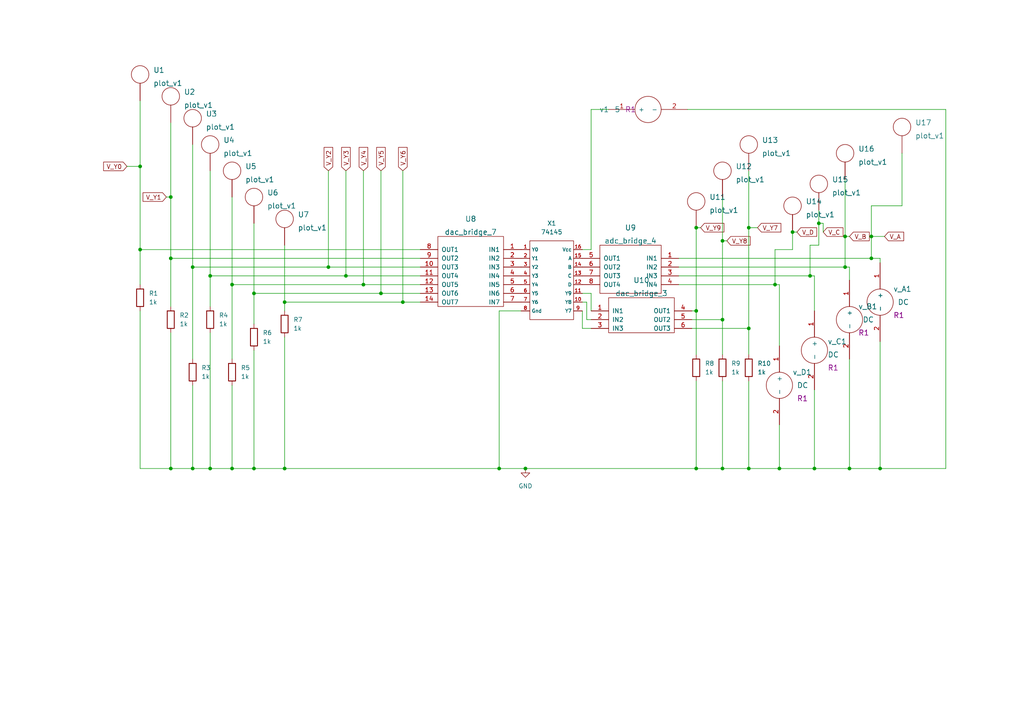
<source format=kicad_sch>
(kicad_sch (version 20211123) (generator eeschema)
  (paper "A4")
  (lib_symbols
    (symbol "DC_1" (pin_names (offset 1.016))
      (property "Reference" "v_C1" (at 3.81 2.54 0))
      (property "Value" "DC_1" (at 3.81 -1.27 0))
      (property "Footprint" "R1" (at 3.81 -5.08 0))
      (symbol "DC_1_0_1"
        (circle (center 0 0) (radius 3.81))
      )
      (symbol "DC_1_1_1"
        (pin power_out line (at 0 11.43 270) (length 7.62) (name "+") (number "1"))
        (pin power_in line (at 0 -11.43 90) (length 7.62) (name "-") (number "2"))
      )
    )
    (symbol "DC_2" (pin_names (offset 1.016))
      (property "Reference" "v_B1" (at 2.54 3.81 0))
      (property "Value" "DC_2" (at 3.81 0 0))
      (property "Footprint" "R1" (at 2.54 -3.81 0))
      (symbol "DC_2_0_1"
        (circle (center 0 0) (radius 3.81))
      )
      (symbol "DC_2_1_1"
        (pin power_out line (at 0 11.43 270) (length 7.62) (name "+") (number "1"))
        (pin power_in line (at 0 -11.43 90) (length 7.62) (name "-") (number "2"))
      )
    )
    (symbol "DC_3" (pin_names (offset 1.016))
      (property "Reference" "v_A1" (at 3.81 3.81 0))
      (property "Value" "DC_3" (at 5.08 0 0))
      (property "Footprint" "R1" (at 3.81 -3.81 0))
      (symbol "DC_3_0_1"
        (circle (center 0 0) (radius 3.81))
      )
      (symbol "DC_3_1_1"
        (pin power_out line (at 0 11.43 270) (length 7.62) (name "+") (number "1"))
        (pin power_in line (at 0 -11.43 90) (length 7.62) (name "-") (number "2"))
      )
    )
    (symbol "DC_4" (pin_names (offset 1.016))
      (property "Reference" "v1" (at 0 12.7 90))
      (property "Value" "DC_4" (at 0 8.89 90))
      (property "Footprint" "R1" (at 0 5.08 90))
      (symbol "DC_4_0_1"
        (circle (center 0 0) (radius 3.81))
      )
      (symbol "DC_4_1_1"
        (pin power_out line (at 0 11.43 270) (length 7.62) (name "+") (number "1"))
        (pin power_in line (at 0 -11.43 90) (length 7.62) (name "-") (number "2"))
      )
    )
    (symbol "eSim_Devices:resistor" (pin_numbers hide) (pin_names (offset 0))
      (property "Reference" "R" (at 1.27 3.302 0))
      (property "Value" "resistor" (at 1.27 -1.27 0))
      (symbol "resistor_0_1"
        (rectangle (start 3.81 0.254) (end -1.27 2.286) (stroke (width 0.254)))
      )
      (symbol "resistor_1_1"
        (pin passive line (at -2.54 1.27 0) (length 1.27) (name "~") (number "1"))
        (pin passive line (at 5.08 1.27 180) (length 1.27) (name "~") (number "2"))
      )
    )
    (symbol "eSim_Hybrid:adc_bridge_4" (pin_names (offset 1.016))
      (property "Reference" "U" (at 0 0 0))
      (property "Value" "adc_bridge_4" (at 0 7.62 0))
      (symbol "adc_bridge_4_0_1"
        (rectangle (start -8.89 8.89) (end 8.89 -5.08))
      )
      (symbol "adc_bridge_4_1_1"
        (pin input line (at -13.97 5.08 0) (length 5.08) (name "IN1") (number "1"))
        (pin input line (at -13.97 2.54 0) (length 5.08) (name "IN2") (number "2"))
        (pin input line (at -13.97 0 0) (length 5.08) (name "IN3") (number "3"))
        (pin input line (at -13.97 -2.54 0) (length 5.08) (name "IN4") (number "4"))
        (pin output line (at 13.97 5.08 180) (length 5.08) (name "OUT1") (number "5"))
        (pin output line (at 13.97 2.54 180) (length 5.08) (name "OUT2") (number "6"))
        (pin output line (at 13.97 0 180) (length 5.08) (name "OUT3") (number "7"))
        (pin output line (at 13.97 -2.54 180) (length 5.08) (name "OUT4") (number "8"))
      )
    )
    (symbol "eSim_Hybrid:dac_bridge_3" (pin_names (offset 1.016))
      (property "Reference" "U" (at 0 0 0))
      (property "Value" "dac_bridge_3" (at 0 3.81 0))
      (symbol "dac_bridge_3_0_1"
        (rectangle (start -10.16 5.08) (end 8.89 -5.08))
      )
      (symbol "dac_bridge_3_1_1"
        (pin input line (at -15.24 1.27 0) (length 5.08) (name "IN1") (number "1"))
        (pin input line (at -15.24 -1.27 0) (length 5.08) (name "IN2") (number "2"))
        (pin input line (at -15.24 -3.81 0) (length 5.08) (name "IN3") (number "3"))
        (pin output line (at 13.97 1.27 180) (length 5.08) (name "OUT1") (number "4"))
        (pin output line (at 13.97 -1.27 180) (length 5.08) (name "OUT2") (number "5"))
        (pin output line (at 13.97 -3.81 180) (length 5.08) (name "OUT3") (number "6"))
      )
    )
    (symbol "eSim_Hybrid:dac_bridge_7" (pin_names (offset 1.016))
      (property "Reference" "U" (at 0 0 0))
      (property "Value" "dac_bridge_7" (at 0 3.81 0))
      (symbol "dac_bridge_7_0_1"
        (rectangle (start -10.16 5.08) (end 8.89 -15.24))
      )
      (symbol "dac_bridge_7_1_1"
        (pin input line (at -15.24 1.27 0) (length 5.08) (name "IN1") (number "1"))
        (pin output line (at 13.97 -3.81 180) (length 5.08) (name "OUT3") (number "10"))
        (pin output line (at 13.97 -6.35 180) (length 5.08) (name "OUT4") (number "11"))
        (pin output line (at 13.97 -8.89 180) (length 5.08) (name "OUT5") (number "12"))
        (pin output line (at 13.97 -11.43 180) (length 5.08) (name "OUT6") (number "13"))
        (pin output line (at 13.97 -13.97 180) (length 5.08) (name "OUT7") (number "14"))
        (pin input line (at -15.24 -1.27 0) (length 5.08) (name "IN2") (number "2"))
        (pin input line (at -15.24 -3.81 0) (length 5.08) (name "IN3") (number "3"))
        (pin input line (at -15.24 -6.35 0) (length 5.08) (name "IN4") (number "4"))
        (pin input line (at -15.24 -8.89 0) (length 5.08) (name "IN5") (number "5"))
        (pin input line (at -15.24 -11.43 0) (length 5.08) (name "IN6") (number "6"))
        (pin input line (at -15.24 -13.97 0) (length 5.08) (name "IN7") (number "7"))
        (pin output line (at 13.97 1.27 180) (length 5.08) (name "OUT1") (number "8"))
        (pin output line (at 13.97 -1.27 180) (length 5.08) (name "OUT2") (number "9"))
      )
    )
    (symbol "eSim_Plot:plot_v1" (pin_names (offset 1.016))
      (property "Reference" "U" (at 0 12.7 0))
      (property "Value" "plot_v1" (at 5.08 8.89 0))
      (symbol "plot_v1_0_1"
        (circle (center 0 12.7) (radius 2.54))
      )
      (symbol "plot_v1_1_1"
        (pin input line (at 0 5.08 90) (length 5.08) (name "~") (number "~"))
      )
    )
    (symbol "eSim_Power:eSim_GND" (power) (pin_names (offset 0))
      (property "Value" "eSim_GND" (at 0 -3.81 0))
      (symbol "eSim_GND_0_1"
        (polyline (pts (xy 0 0) (xy 0 -1.27) (xy 1.27 -1.27) (xy 0 -2.54) (xy -1.27 -1.27) (xy 0 -1.27)))
      )
      (symbol "eSim_GND_1_1"
        (pin power_in line (at 0 0 270) (length 0) hide (name "GND") (number "1"))
      )
    )
    (symbol "eSim_Sources:DC" (pin_names (offset 1.016))
      (property "Reference" "v" (at -5.08 2.54 0))
      (property "Value" "DC" (at -5.08 -1.27 0))
      (property "Footprint" "R1" (at -7.62 0 0))
      (symbol "DC_0_1"
        (circle (center 0 0) (radius 3.81))
      )
      (symbol "DC_1_1"
        (pin power_out line (at 0 11.43 270) (length 7.62) (name "+") (number "1"))
        (pin power_out line (at 0 -11.43 90) (length 7.62) (name "-") (number "2"))
      )
    )
    (symbol "eSim_Subckt:74145"
      (property "Reference" "X" (at 0 0 0))
      (property "Value" "74145" (at 0 0 0))
      (symbol "74145_0_1"
        (rectangle (start -6.35 11.43) (end 6.35 -11.43))
      )
      (symbol "74145_1_1"
        (pin output line (at -8.89 8.89 0) (length 2.54) (name "Y0") (number "1"))
        (pin output line (at 8.89 -6.35 180) (length 2.54) (name "Y8") (number "10"))
        (pin output line (at 8.89 -3.81 180) (length 2.54) (name "Y9") (number "11"))
        (pin input line (at 8.89 -1.27 180) (length 2.54) (name "D") (number "12"))
        (pin input line (at 8.89 1.27 180) (length 2.54) (name "C") (number "13"))
        (pin input line (at 8.89 3.81 180) (length 2.54) (name "B") (number "14"))
        (pin input line (at 8.89 6.35 180) (length 2.54) (name "A") (number "15"))
        (pin power_in line (at 8.89 8.89 180) (length 2.54) (name "Vcc") (number "16"))
        (pin output line (at -8.89 6.35 0) (length 2.54) (name "Y1") (number "2"))
        (pin output line (at -8.89 3.81 0) (length 2.54) (name "Y2") (number "3"))
        (pin output line (at -8.89 1.27 0) (length 2.54) (name "Y3") (number "4"))
        (pin output line (at -8.89 -1.27 0) (length 2.54) (name "Y4") (number "5"))
        (pin output line (at -8.89 -3.81 0) (length 2.54) (name "Y5") (number "6"))
        (pin output line (at -8.89 -6.35 0) (length 2.54) (name "Y6") (number "7"))
        (pin power_in line (at -8.89 -8.89 0) (length 2.54) (name "Gnd") (number "8"))
        (pin output line (at 8.89 -8.89 180) (length 2.54) (name "Y7") (number "9"))
      )
    )
  )
  (junction (at 49.53 135.89))
  (junction (at 201.93 66.04))
  (junction (at 201.93 135.89))
  (junction (at 224.79 82.55))
  (junction (at 110.49 85.09))
  (junction (at 82.55 87.63))
  (junction (at 67.31 82.55))
  (junction (at 245.11 77.47))
  (junction (at 40.64 48.26))
  (junction (at 209.55 135.89))
  (junction (at 100.33 80.01))
  (junction (at 226.06 135.89))
  (junction (at 105.41 82.55))
  (junction (at 73.66 85.09))
  (junction (at 237.49 64.77))
  (junction (at 217.17 95.25))
  (junction (at 236.22 135.89))
  (junction (at 252.73 68.58))
  (junction (at 49.53 57.15))
  (junction (at 40.64 72.39))
  (junction (at 60.96 135.89))
  (junction (at 245.11 68.58))
  (junction (at 67.31 135.89))
  (junction (at 82.55 135.89))
  (junction (at 144.78 135.89))
  (junction (at 73.66 135.89))
  (junction (at 201.93 90.17))
  (junction (at 152.4 135.89))
  (junction (at 217.17 66.04))
  (junction (at 116.84 87.63))
  (junction (at 229.87 67.31))
  (junction (at 246.38 135.89))
  (junction (at 95.25 77.47))
  (junction (at 209.55 69.85))
  (junction (at 49.53 74.93))
  (junction (at 255.27 135.89))
  (junction (at 234.95 80.01))
  (junction (at 60.96 80.01))
  (junction (at 55.88 135.89))
  (junction (at 55.88 77.47))
  (junction (at 217.17 135.89))
  (junction (at 209.55 92.71))
  (junction (at 252.73 74.93))
  (wire (pts (xy 238.76 67.31) (xy 238.76 64.77)))
  (wire (pts (xy 209.55 135.89) (xy 201.93 135.89)))
  (wire (pts (xy 252.73 59.69) (xy 252.73 68.58)))
  (wire (pts (xy 201.93 90.17) (xy 201.93 102.87)))
  (wire (pts (xy 245.11 68.58) (xy 246.38 68.58)))
  (wire (pts (xy 237.49 64.77) (xy 238.76 64.77)))
  (wire (pts (xy 121.92 74.93) (xy 49.53 74.93)))
  (wire (pts (xy 200.66 95.25) (xy 217.17 95.25)))
  (wire (pts (xy 209.55 69.85) (xy 209.55 92.71)))
  (wire (pts (xy 110.49 85.09) (xy 121.92 85.09)))
  (wire (pts (xy 236.22 90.17) (xy 236.22 80.01)))
  (wire (pts (xy 82.55 97.79) (xy 82.55 135.89)))
  (wire (pts (xy 209.55 102.87) (xy 209.55 92.71)))
  (wire (pts (xy 82.55 87.63) (xy 82.55 90.17)))
  (wire (pts (xy 67.31 82.55) (xy 67.31 104.14)))
  (wire (pts (xy 82.55 87.63) (xy 116.84 87.63)))
  (wire (pts (xy 237.49 71.12) (xy 234.95 71.12)))
  (wire (pts (xy 255.27 135.89) (xy 274.32 135.89)))
  (wire (pts (xy 105.41 82.55) (xy 121.92 82.55)))
  (wire (pts (xy 201.93 66.04) (xy 203.2 66.04)))
  (wire (pts (xy 110.49 49.53) (xy 110.49 85.09)))
  (wire (pts (xy 217.17 135.89) (xy 209.55 135.89)))
  (wire (pts (xy 261.62 59.69) (xy 252.73 59.69)))
  (wire (pts (xy 168.91 90.17) (xy 168.91 95.25)))
  (wire (pts (xy 224.79 72.39) (xy 224.79 82.55)))
  (wire (pts (xy 217.17 66.04) (xy 217.17 49.53)))
  (wire (pts (xy 55.88 77.47) (xy 55.88 104.14)))
  (wire (pts (xy 201.93 135.89) (xy 152.4 135.89)))
  (wire (pts (xy 36.83 48.26) (xy 40.64 48.26)))
  (wire (pts (xy 60.96 135.89) (xy 55.88 135.89)))
  (wire (pts (xy 95.25 49.53) (xy 95.25 77.47)))
  (wire (pts (xy 40.64 72.39) (xy 40.64 82.55)))
  (wire (pts (xy 105.41 49.53) (xy 105.41 82.55)))
  (wire (pts (xy 201.93 110.49) (xy 201.93 135.89)))
  (wire (pts (xy 209.55 57.15) (xy 209.55 69.85)))
  (wire (pts (xy 261.62 44.45) (xy 261.62 59.69)))
  (wire (pts (xy 199.39 31.75) (xy 274.32 31.75)))
  (wire (pts (xy 49.53 135.89) (xy 40.64 135.89)))
  (wire (pts (xy 252.73 74.93) (xy 255.27 74.93)))
  (wire (pts (xy 209.55 69.85) (xy 210.82 69.85)))
  (wire (pts (xy 171.45 31.75) (xy 171.45 72.39)))
  (wire (pts (xy 245.11 68.58) (xy 245.11 77.47)))
  (wire (pts (xy 55.88 111.76) (xy 55.88 135.89)))
  (wire (pts (xy 226.06 135.89) (xy 217.17 135.89)))
  (wire (pts (xy 226.06 100.33) (xy 226.06 82.55)))
  (wire (pts (xy 121.92 77.47) (xy 95.25 77.47)))
  (wire (pts (xy 246.38 104.14) (xy 246.38 135.89)))
  (wire (pts (xy 237.49 60.96) (xy 237.49 64.77)))
  (wire (pts (xy 209.55 110.49) (xy 209.55 135.89)))
  (wire (pts (xy 201.93 90.17) (xy 200.66 90.17)))
  (wire (pts (xy 116.84 87.63) (xy 121.92 87.63)))
  (wire (pts (xy 236.22 135.89) (xy 246.38 135.89)))
  (wire (pts (xy 49.53 57.15) (xy 49.53 74.93)))
  (wire (pts (xy 246.38 135.89) (xy 255.27 135.89)))
  (wire (pts (xy 255.27 76.2) (xy 255.27 74.93)))
  (wire (pts (xy 55.88 41.91) (xy 55.88 77.47)))
  (wire (pts (xy 82.55 71.12) (xy 82.55 87.63)))
  (wire (pts (xy 73.66 101.6) (xy 73.66 135.89)))
  (wire (pts (xy 67.31 135.89) (xy 60.96 135.89)))
  (wire (pts (xy 95.25 77.47) (xy 55.88 77.47)))
  (wire (pts (xy 60.96 96.52) (xy 60.96 135.89)))
  (wire (pts (xy 217.17 102.87) (xy 217.17 95.25)))
  (wire (pts (xy 236.22 80.01) (xy 234.95 80.01)))
  (wire (pts (xy 226.06 135.89) (xy 236.22 135.89)))
  (wire (pts (xy 152.4 135.89) (xy 144.78 135.89)))
  (wire (pts (xy 55.88 135.89) (xy 49.53 135.89)))
  (wire (pts (xy 73.66 135.89) (xy 67.31 135.89)))
  (wire (pts (xy 217.17 110.49) (xy 217.17 135.89)))
  (wire (pts (xy 226.06 123.19) (xy 226.06 135.89)))
  (wire (pts (xy 67.31 82.55) (xy 105.41 82.55)))
  (wire (pts (xy 67.31 57.15) (xy 67.31 82.55)))
  (wire (pts (xy 121.92 80.01) (xy 100.33 80.01)))
  (wire (pts (xy 226.06 82.55) (xy 224.79 82.55)))
  (wire (pts (xy 116.84 49.53) (xy 116.84 87.63)))
  (wire (pts (xy 252.73 68.58) (xy 252.73 74.93)))
  (wire (pts (xy 176.53 31.75) (xy 171.45 31.75)))
  (wire (pts (xy 246.38 81.28) (xy 246.38 77.47)))
  (wire (pts (xy 170.18 87.63) (xy 170.18 92.71)))
  (wire (pts (xy 171.45 85.09) (xy 171.45 90.17)))
  (wire (pts (xy 40.64 90.17) (xy 40.64 135.89)))
  (wire (pts (xy 234.95 80.01) (xy 196.85 80.01)))
  (wire (pts (xy 217.17 95.25) (xy 217.17 66.04)))
  (wire (pts (xy 229.87 67.31) (xy 231.14 67.31)))
  (wire (pts (xy 121.92 72.39) (xy 40.64 72.39)))
  (wire (pts (xy 255.27 99.06) (xy 255.27 135.89)))
  (wire (pts (xy 201.93 66.04) (xy 201.93 90.17)))
  (wire (pts (xy 168.91 95.25) (xy 171.45 95.25)))
  (wire (pts (xy 170.18 92.71) (xy 171.45 92.71)))
  (wire (pts (xy 67.31 111.76) (xy 67.31 135.89)))
  (wire (pts (xy 49.53 74.93) (xy 49.53 88.9)))
  (wire (pts (xy 245.11 52.07) (xy 245.11 68.58)))
  (wire (pts (xy 73.66 85.09) (xy 73.66 93.98)))
  (wire (pts (xy 224.79 82.55) (xy 196.85 82.55)))
  (wire (pts (xy 144.78 90.17) (xy 144.78 135.89)))
  (wire (pts (xy 49.53 96.52) (xy 49.53 135.89)))
  (wire (pts (xy 40.64 48.26) (xy 40.64 72.39)))
  (wire (pts (xy 196.85 74.93) (xy 252.73 74.93)))
  (wire (pts (xy 196.85 77.47) (xy 245.11 77.47)))
  (wire (pts (xy 171.45 72.39) (xy 168.91 72.39)))
  (wire (pts (xy 168.91 85.09) (xy 171.45 85.09)))
  (wire (pts (xy 229.87 72.39) (xy 224.79 72.39)))
  (wire (pts (xy 256.54 68.58) (xy 252.73 68.58)))
  (wire (pts (xy 60.96 49.53) (xy 60.96 80.01)))
  (wire (pts (xy 237.49 64.77) (xy 237.49 71.12)))
  (wire (pts (xy 168.91 87.63) (xy 170.18 87.63)))
  (wire (pts (xy 229.87 67.31) (xy 229.87 72.39)))
  (wire (pts (xy 144.78 135.89) (xy 82.55 135.89)))
  (wire (pts (xy 82.55 135.89) (xy 73.66 135.89)))
  (wire (pts (xy 73.66 85.09) (xy 110.49 85.09)))
  (wire (pts (xy 200.66 92.71) (xy 209.55 92.71)))
  (wire (pts (xy 49.53 35.56) (xy 49.53 57.15)))
  (wire (pts (xy 217.17 66.04) (xy 219.71 66.04)))
  (wire (pts (xy 48.26 57.15) (xy 49.53 57.15)))
  (wire (pts (xy 151.13 90.17) (xy 144.78 90.17)))
  (wire (pts (xy 60.96 80.01) (xy 60.96 88.9)))
  (wire (pts (xy 73.66 64.77) (xy 73.66 85.09)))
  (wire (pts (xy 236.22 113.03) (xy 236.22 135.89)))
  (wire (pts (xy 274.32 31.75) (xy 274.32 135.89)))
  (wire (pts (xy 100.33 80.01) (xy 60.96 80.01)))
  (wire (pts (xy 234.95 71.12) (xy 234.95 80.01)))
  (wire (pts (xy 100.33 49.53) (xy 100.33 80.01)))
  (wire (pts (xy 40.64 29.21) (xy 40.64 48.26)))
  (wire (pts (xy 245.11 77.47) (xy 246.38 77.47)))
  (global_label "V_Y2" (shape input) (at 95.25 49.53 90) (property "Intersheet References" "${INTERSHEET_REFS}" (effects hide)))
  (global_label "V_Y5" (shape input) (at 110.49 49.53 90) (property "Intersheet References" "${INTERSHEET_REFS}" (effects hide)))
  (global_label "V_Y9" (shape input) (at 203.2 66.04 0) (property "Intersheet References" "${INTERSHEET_REFS}" (effects hide)))
  (global_label "V_Y6" (shape input) (at 116.84 49.53 90) (property "Intersheet References" "${INTERSHEET_REFS}" (effects hide)))
  (global_label "V_Y8" (shape input) (at 210.82 69.85 0) (property "Intersheet References" "${INTERSHEET_REFS}" (effects hide)))
  (global_label "V_Y4" (shape input) (at 105.41 49.53 90) (property "Intersheet References" "${INTERSHEET_REFS}" (effects hide)))
  (global_label "V_C" (shape input) (at 238.76 67.31 0) (property "Intersheet References" "${INTERSHEET_REFS}" (effects hide)))
  (global_label "V_A" (shape input) (at 256.54 68.58 0) (property "Intersheet References" "${INTERSHEET_REFS}" (effects hide)))
  (global_label "V_D" (shape input) (at 231.14 67.31 0) (property "Intersheet References" "${INTERSHEET_REFS}" (effects hide)))
  (global_label "V_Y0" (shape input) (at 36.83 48.26 180) (property "Intersheet References" "${INTERSHEET_REFS}" (effects hide)))
  (global_label "V_Y1" (shape input) (at 48.26 57.15 180) (property "Intersheet References" "${INTERSHEET_REFS}" (effects hide)))
  (global_label "V_B" (shape input) (at 246.38 68.58 0) (property "Intersheet References" "${INTERSHEET_REFS}" (effects hide)))
  (global_label "V_Y3" (shape input) (at 100.33 49.53 90) (property "Intersheet References" "${INTERSHEET_REFS}" (effects hide)))
  (global_label "V_Y7" (shape input) (at 219.71 66.04 0) (property "Intersheet References" "${INTERSHEET_REFS}" (effects hide)))
  (symbol (lib_id "eSim_Devices:resistor") (at 218.44 107.95 90) (unit 1)
    (property "Reference" "R10" (at 219.71 105.4099 90) (effects (justify right)))
    (property "Value" "1k" (at 219.71 107.9499 90) (effects (justify right)))
  )
  (symbol (lib_id "eSim_Hybrid:adc_bridge_4") (at 182.88 80.01 0) (mirror y) (unit 1)
    (property "Reference" "U9" (at 182.88 66.04 0) (effects (font (size 1.524 1.524))))
    (property "Value" "adc_bridge_4" (at 182.88 69.85 0) (effects (font (size 1.524 1.524))))
  )
  (symbol (lib_id "eSim_Devices:resistor") (at 50.8 93.98 90) (unit 1)
    (property "Reference" "R2" (at 52.07 91.4399 90) (effects (justify right)))
    (property "Value" "1k" (at 52.07 93.9799 90) (effects (justify right)))
  )
  (symbol (lib_id "eSim_Plot:plot_v1") (at 55.88 46.99 0) (unit 1)
    (property "Reference" "U3" (at 59.69 33.02 0) (effects (font (size 1.524 1.524)) (justify left)))
    (property "Value" "plot_v1" (at 59.69 36.83 0) (effects (font (size 1.524 1.524)) (justify left)))
  )
  (symbol (lib_id "eSim_Plot:plot_v1") (at 67.31 62.23 0) (unit 1)
    (property "Reference" "U5" (at 71.12 48.26 0) (effects (font (size 1.524 1.524)) (justify left)))
    (property "Value" "plot_v1" (at 71.12 52.07 0) (effects (font (size 1.524 1.524)) (justify left)))
  )
  (symbol (lib_name "DC_3") (lib_id "eSim_Sources:DC") (at 255.27 87.63 0) (unit 1)
    (property "Reference" "v_A1" (at 259.08 83.82 0) (effects (font (size 1.524 1.524)) (justify left)))
    (property "Value" "DC" (at 260.35 87.63 0) (effects (font (size 1.524 1.524)) (justify left)))
    (property "Footprint" "R1" (at 259.08 91.44 0) (effects (font (size 1.524 1.524)) (justify left)))
  )
  (symbol (lib_id "eSim_Plot:plot_v1") (at 73.66 69.85 0) (unit 1)
    (property "Reference" "U6" (at 77.47 55.88 0) (effects (font (size 1.524 1.524)) (justify left)))
    (property "Value" "plot_v1" (at 77.47 59.69 0) (effects (font (size 1.524 1.524)) (justify left)))
  )
  (symbol (lib_id "eSim_Plot:plot_v1") (at 237.49 66.04 0) (unit 1)
    (property "Reference" "U15" (at 241.3 52.07 0) (effects (font (size 1.524 1.524)) (justify left)))
    (property "Value" "plot_v1" (at 241.3 55.88 0) (effects (font (size 1.524 1.524)) (justify left)))
  )
  (symbol (lib_id "eSim_Hybrid:dac_bridge_3") (at 186.69 91.44 0) (unit 1)
    (property "Reference" "U10" (at 186.055 81.28 0) (effects (font (size 1.524 1.524))))
    (property "Value" "dac_bridge_3" (at 186.055 85.09 0) (effects (font (size 1.524 1.524))))
  )
  (symbol (lib_id "eSim_Devices:resistor") (at 210.82 107.95 90) (unit 1)
    (property "Reference" "R9" (at 212.09 105.4099 90) (effects (justify right)))
    (property "Value" "1k" (at 212.09 107.9499 90) (effects (justify right)))
  )
  (symbol (lib_id "eSim_Plot:plot_v1") (at 82.55 76.2 0) (unit 1)
    (property "Reference" "U7" (at 86.36 62.23 0) (effects (font (size 1.524 1.524)) (justify left)))
    (property "Value" "plot_v1" (at 86.36 66.04 0) (effects (font (size 1.524 1.524)) (justify left)))
  )
  (symbol (lib_id "eSim_Devices:resistor") (at 203.2 107.95 90) (unit 1)
    (property "Reference" "R8" (at 204.47 105.4099 90) (effects (justify right)))
    (property "Value" "1k" (at 204.47 107.9499 90) (effects (justify right)))
  )
  (symbol (lib_id "eSim_Subckt:74145") (at 160.02 81.28 0) (unit 1)
    (property "Reference" "X1" (at 160.02 64.77 0))
    (property "Value" "74145" (at 160.02 67.31 0))
  )
  (symbol (lib_name "DC_2") (lib_id "eSim_Sources:DC") (at 246.38 92.71 0) (unit 1)
    (property "Reference" "v_B1" (at 248.92 88.9 0) (effects (font (size 1.524 1.524)) (justify left)))
    (property "Value" "DC" (at 250.19 92.71 0) (effects (font (size 1.524 1.524)) (justify left)))
    (property "Footprint" "R1" (at 248.92 96.52 0) (effects (font (size 1.524 1.524)) (justify left)))
  )
  (symbol (lib_id "eSim_Plot:plot_v1") (at 49.53 40.64 0) (unit 1)
    (property "Reference" "U2" (at 53.34 26.67 0) (effects (font (size 1.524 1.524)) (justify left)))
    (property "Value" "plot_v1" (at 53.34 30.48 0) (effects (font (size 1.524 1.524)) (justify left)))
  )
  (symbol (lib_id "eSim_Plot:plot_v1") (at 229.87 72.39 0) (unit 1)
    (property "Reference" "U14" (at 233.68 58.42 0) (effects (font (size 1.524 1.524)) (justify left)))
    (property "Value" "plot_v1" (at 233.68 62.23 0) (effects (font (size 1.524 1.524)) (justify left)))
  )
  (symbol (lib_id "eSim_Devices:resistor") (at 41.91 87.63 90) (unit 1)
    (property "Reference" "R1" (at 43.18 85.0899 90) (effects (justify right)))
    (property "Value" "1k" (at 43.18 87.6299 90) (effects (justify right)))
  )
  (symbol (lib_id "eSim_Plot:plot_v1") (at 261.62 49.53 0) (unit 1)
    (property "Reference" "U17" (at 265.43 35.56 0) (effects (font (size 1.524 1.524)) (justify left)))
    (property "Value" "plot_v1" (at 265.43 39.37 0) (effects (font (size 1.524 1.524)) (justify left)))
  )
  (symbol (lib_id "eSim_Plot:plot_v1") (at 60.96 54.61 0) (unit 1)
    (property "Reference" "U4" (at 64.77 40.64 0) (effects (font (size 1.524 1.524)) (justify left)))
    (property "Value" "plot_v1" (at 64.77 44.45 0) (effects (font (size 1.524 1.524)) (justify left)))
  )
  (symbol (lib_id "eSim_Hybrid:dac_bridge_7") (at 135.89 73.66 0) (mirror y) (unit 1)
    (property "Reference" "U8" (at 136.525 63.5 0) (effects (font (size 1.524 1.524))))
    (property "Value" "dac_bridge_7" (at 136.525 67.31 0) (effects (font (size 1.524 1.524))))
  )
  (symbol (lib_id "eSim_Plot:plot_v1") (at 217.17 54.61 0) (unit 1)
    (property "Reference" "U13" (at 220.98 40.64 0) (effects (font (size 1.524 1.524)) (justify left)))
    (property "Value" "plot_v1" (at 220.98 44.45 0) (effects (font (size 1.524 1.524)) (justify left)))
  )
  (symbol (lib_id "eSim_Devices:resistor") (at 74.93 99.06 90) (unit 1)
    (property "Reference" "R6" (at 76.2 96.5199 90) (effects (justify right)))
    (property "Value" "1k" (at 76.2 99.0599 90) (effects (justify right)))
  )
  (symbol (lib_id "eSim_Devices:resistor") (at 83.82 95.25 90) (unit 1)
    (property "Reference" "R7" (at 85.09 92.7099 90) (effects (justify right)))
    (property "Value" "1k" (at 85.09 95.2499 90) (effects (justify right)))
  )
  (symbol (lib_id "eSim_Sources:DC") (at 226.06 111.76 0) (unit 1)
    (property "Reference" "v_D1" (at 229.87 107.95 0) (effects (font (size 1.524 1.524)) (justify left)))
    (property "Value" "DC" (at 231.14 111.76 0) (effects (font (size 1.524 1.524)) (justify left)))
    (property "Footprint" "R1" (at 231.14 115.57 0) (effects (font (size 1.524 1.524)) (justify left)))
  )
  (symbol (lib_id "eSim_Devices:resistor") (at 68.58 109.22 90) (unit 1)
    (property "Reference" "R5" (at 69.85 106.6799 90) (effects (justify right)))
    (property "Value" "1k" (at 69.85 109.2199 90) (effects (justify right)))
  )
  (symbol (lib_name "DC_1") (lib_id "eSim_Sources:DC") (at 236.22 101.6 0) (unit 1)
    (property "Reference" "v_C1" (at 240.03 99.06 0) (effects (font (size 1.524 1.524)) (justify left)))
    (property "Value" "DC" (at 240.03 102.87 0) (effects (font (size 1.524 1.524)) (justify left)))
    (property "Footprint" "R1" (at 240.03 106.68 0) (effects (font (size 1.524 1.524)) (justify left)))
  )
  (symbol (lib_name "DC_4") (lib_id "eSim_Sources:DC") (at 187.96 31.75 90) (unit 1)
    (property "Reference" "v1" (at 175.26 31.75 90) (effects (font (size 1.524 1.524))))
    (property "Value" "5" (at 179.07 31.75 90) (effects (font (size 1.524 1.524))))
    (property "Footprint" "R1" (at 182.88 31.75 90) (effects (font (size 1.524 1.524))))
  )
  (symbol (lib_id "eSim_Power:eSim_GND") (at 152.4 135.89 0) (unit 1)
    (property "Reference" "#PWR01" (effects hide))
    (property "Value" "eSim_GND" (at 152.4 140.97 0))
  )
  (symbol (lib_id "eSim_Plot:plot_v1") (at 40.64 34.29 0) (unit 1)
    (property "Reference" "U1" (at 44.45 20.32 0) (effects (font (size 1.524 1.524)) (justify left)))
    (property "Value" "plot_v1" (at 44.45 24.13 0) (effects (font (size 1.524 1.524)) (justify left)))
  )
  (symbol (lib_id "eSim_Devices:resistor") (at 62.23 93.98 90) (unit 1)
    (property "Reference" "R4" (at 63.5 91.4399 90) (effects (justify right)))
    (property "Value" "1k" (at 63.5 93.9799 90) (effects (justify right)))
  )
  (symbol (lib_id "eSim_Plot:plot_v1") (at 201.93 71.12 0) (unit 1)
    (property "Reference" "U11" (at 205.74 57.15 0) (effects (font (size 1.524 1.524)) (justify left)))
    (property "Value" "plot_v1" (at 205.74 60.96 0) (effects (font (size 1.524 1.524)) (justify left)))
  )
  (symbol (lib_id "eSim_Plot:plot_v1") (at 209.55 62.23 0) (unit 1)
    (property "Reference" "U12" (at 213.36 48.26 0) (effects (font (size 1.524 1.524)) (justify left)))
    (property "Value" "plot_v1" (at 213.36 52.07 0) (effects (font (size 1.524 1.524)) (justify left)))
  )
  (symbol (lib_id "eSim_Plot:plot_v1") (at 245.11 57.15 0) (unit 1)
    (property "Reference" "U16" (at 248.92 43.18 0) (effects (font (size 1.524 1.524)) (justify left)))
    (property "Value" "plot_v1" (at 248.92 46.99 0) (effects (font (size 1.524 1.524)) (justify left)))
  )
  (symbol (lib_id "eSim_Devices:resistor") (at 57.15 109.22 90) (unit 1)
    (property "Reference" "R3" (at 58.42 106.6799 90) (effects (justify right)))
    (property "Value" "1k" (at 58.42 109.2199 90) (effects (justify right)))
  )
)
</source>
